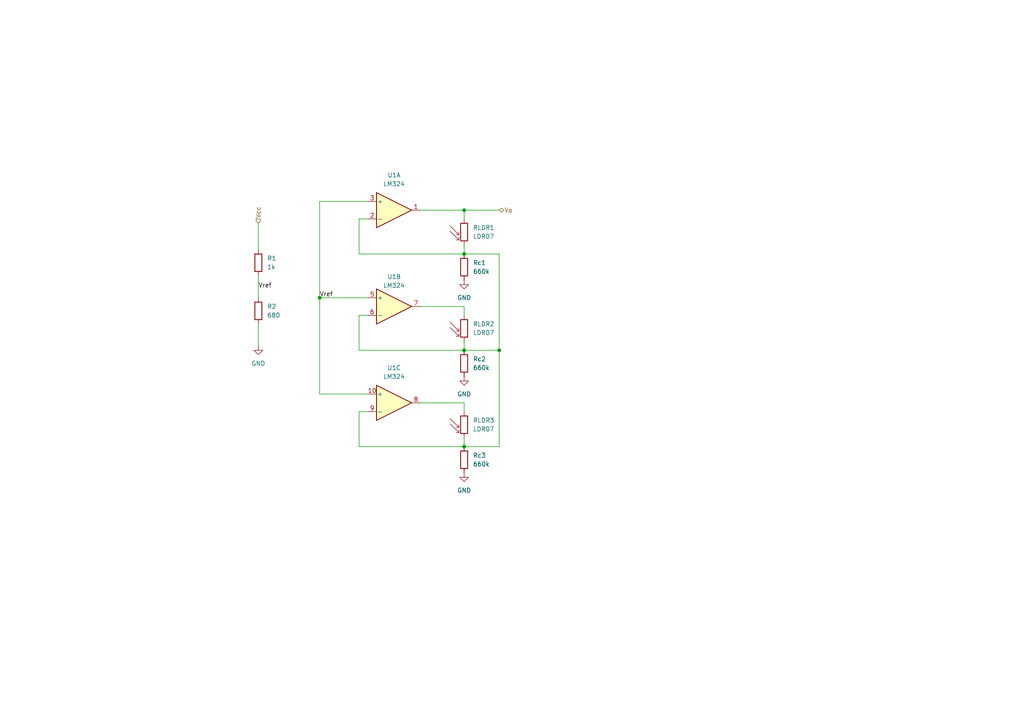
<source format=kicad_sch>
(kicad_sch (version 20231120) (generator "eeschema") (generator_version "8.0")
  (paper "A4")
  (title_block (title "sensores"))
  (lib_symbols
    (symbol "Amplifier_Operational:LM324" (pin_names (offset 0.127))
      (property "Reference" "U" (at 0 5.08 0))
      (property "Value" "LM324" (at 0 -5.08 0))
      (symbol "LM324_1_1"
        (polyline (pts (xy -5.08 5.08) (xy 5.08 0) (xy -5.08 -5.08) (xy -5.08 5.08)) (stroke (width 0.254)) (fill (type background)))
        (pin output line (at 7.62 0 180) (length 2.54) (name "~") (number "1"))
        (pin input line (at -7.62 -2.54 0) (length 2.54) (name "-") (number "2"))
        (pin input line (at -7.62 2.54 0) (length 2.54) (name "+") (number "3"))
      )
      (symbol "LM324_2_1"
        (polyline (pts (xy -5.08 5.08) (xy 5.08 0) (xy -5.08 -5.08) (xy -5.08 5.08)) (stroke (width 0.254)) (fill (type background)))
        (pin input line (at -7.62 2.54 0) (length 2.54) (name "+") (number "5"))
        (pin input line (at -7.62 -2.54 0) (length 2.54) (name "-") (number "6"))
        (pin output line (at 7.62 0 180) (length 2.54) (name "~") (number "7"))
      )
      (symbol "LM324_3_1"
        (polyline (pts (xy -5.08 5.08) (xy 5.08 0) (xy -5.08 -5.08) (xy -5.08 5.08)) (stroke (width 0.254)) (fill (type background)))
        (pin input line (at -7.62 2.54 0) (length 2.54) (name "+") (number "10"))
        (pin output line (at 7.62 0 180) (length 2.54) (name "~") (number "8"))
        (pin input line (at -7.62 -2.54 0) (length 2.54) (name "-") (number "9"))
      )
      (symbol "LM324_4_1"
        (polyline (pts (xy -5.08 5.08) (xy 5.08 0) (xy -5.08 -5.08) (xy -5.08 5.08)) (stroke (width 0.254)) (fill (type background)))
        (pin input line (at -7.62 2.54 0) (length 2.54) (name "+") (number "12"))
        (pin input line (at -7.62 -2.54 0) (length 2.54) (name "-") (number "13"))
        (pin output line (at 7.62 0 180) (length 2.54) (name "~") (number "14"))
      )
      (symbol "LM324_5_1"
        (pin power_in line (at -2.54 -7.62 90) (length 3.81) (name "V-") (number "11"))
        (pin power_in line (at -2.54 7.62 270) (length 3.81) (name "V+") (number "4"))
      )
    )
    (symbol "Device:R" (pin_numbers hide) (pin_names (offset 0))
      (property "Reference" "R" (at 2.032 0 90))
      (property "Value" "R" (at 0 0 90))
      (symbol "R_0_1"
        (rectangle (start -1.016 -2.54) (end 1.016 2.54) (stroke (width 0.254)))
      )
      (symbol "R_1_1"
        (pin passive line (at 0 3.81 270) (length 1.27) (name "~") (number "1"))
        (pin passive line (at 0 -3.81 90) (length 1.27) (name "~") (number "2"))
      )
    )
    (symbol "Sensor_Optical:LDR07" (pin_numbers hide) (pin_names (offset 0))
      (property "Reference" "R" (at -5.08 0 90))
      (property "Value" "LDR07" (at 1.905 0 90))
      (symbol "LDR07_0_1"
        (rectangle (start -1.016 2.54) (end 1.016 -2.54) (stroke (width 0.254)))
        (polyline (pts (xy -1.524 -2.286) (xy -4.064 0.254)))
        (polyline (pts (xy -1.524 -2.286) (xy -2.286 -2.286)))
        (polyline (pts (xy -1.524 -2.286) (xy -1.524 -1.524)))
        (polyline (pts (xy -1.524 -0.762) (xy -4.064 1.778)))
        (polyline (pts (xy -1.524 -0.762) (xy -2.286 -0.762)))
        (polyline (pts (xy -1.524 -0.762) (xy -1.524 0)))
      )
      (symbol "LDR07_1_1"
        (pin passive line (at 0 3.81 270) (length 1.27) (name "~") (number "1"))
        (pin passive line (at 0 -3.81 90) (length 1.27) (name "~") (number "2"))
      )
    )
    (symbol "power:GND" (power) (pin_numbers hide) (pin_names (offset 0) hide)
      (property "Value" "GND" (at 0 -3.81 0))
      (symbol "GND_0_1"
        (polyline (pts (xy 0 0) (xy 0 -1.27) (xy 1.27 -1.27) (xy 0 -2.54) (xy -1.27 -1.27) (xy 0 -1.27)))
      )
      (symbol "GND_1_1"
        (pin power_in line (at 0 0 270) (length 0) (name "~") (number "1"))
      )
    )
  )
  (junction (at 134.62 60.96))
  (junction (at 134.62 73.66))
  (junction (at 144.78 101.6))
  (junction (at 134.62 101.6))
  (junction (at 134.62 129.54))
  (junction (at 92.71 86.36))
  (wire (pts (xy 134.62 60.96) (xy 144.78 60.96)))
  (wire (pts (xy 134.62 127) (xy 134.62 129.54)))
  (wire (pts (xy 134.62 88.9) (xy 134.62 91.44)))
  (wire (pts (xy 144.78 101.6) (xy 144.78 73.66)))
  (wire (pts (xy 121.92 88.9) (xy 134.62 88.9)))
  (wire (pts (xy 134.62 60.96) (xy 134.62 63.5)))
  (wire (pts (xy 92.71 58.42) (xy 92.71 86.36)))
  (wire (pts (xy 134.62 101.6) (xy 144.78 101.6)))
  (wire (pts (xy 92.71 58.42) (xy 106.68 58.42)))
  (wire (pts (xy 104.14 119.38) (xy 104.14 129.54)))
  (wire (pts (xy 134.62 129.54) (xy 144.78 129.54)))
  (wire (pts (xy 92.71 114.3) (xy 106.68 114.3)))
  (wire (pts (xy 134.62 99.06) (xy 134.62 101.6)))
  (wire (pts (xy 144.78 129.54) (xy 144.78 101.6)))
  (wire (pts (xy 134.62 116.84) (xy 134.62 119.38)))
  (wire (pts (xy 92.71 86.36) (xy 106.68 86.36)))
  (wire (pts (xy 144.78 73.66) (xy 134.62 73.66)))
  (wire (pts (xy 104.14 63.5) (xy 104.14 73.66)))
  (wire (pts (xy 74.93 80.01) (xy 74.93 86.36)))
  (wire (pts (xy 106.68 91.44) (xy 104.14 91.44)))
  (wire (pts (xy 106.68 119.38) (xy 104.14 119.38)))
  (wire (pts (xy 74.93 93.98) (xy 74.93 100.33)))
  (wire (pts (xy 134.62 71.12) (xy 134.62 73.66)))
  (wire (pts (xy 104.14 129.54) (xy 134.62 129.54)))
  (wire (pts (xy 121.92 116.84) (xy 134.62 116.84)))
  (wire (pts (xy 74.93 64.77) (xy 74.93 72.39)))
  (wire (pts (xy 104.14 73.66) (xy 134.62 73.66)))
  (wire (pts (xy 106.68 63.5) (xy 104.14 63.5)))
  (wire (pts (xy 121.92 60.96) (xy 134.62 60.96)))
  (wire (pts (xy 104.14 101.6) (xy 134.62 101.6)))
  (wire (pts (xy 104.14 91.44) (xy 104.14 101.6)))
  (wire (pts (xy 92.71 86.36) (xy 92.71 114.3)))
  (label "Vref" (at 92.71 86.36 0))
  (label "Vref" (at 74.93 83.82 0))
  (hierarchical_label "Vcc" (shape input) (at 74.93 64.77 90))
  (hierarchical_label "Vo" (shape bidirectional) (at 144.78 60.96 0))
  (symbol (lib_id "power:GND") (at 134.62 81.28 0) (unit 1)
    (property "Reference" "#PWR03" (effects (hide yes)))
    (property "Value" "GND" (at 134.62 86.36 0))
    (property "Description" "Power symbol creates a global label with name \"GND\" , ground" (effects (hide yes)))
  )
  (symbol (lib_id "Device:R") (at 74.93 76.2 0) (unit 1)
    (property "Reference" "R1" (at 77.47 74.9299 0) (effects (justify left)))
    (property "Value" "1k" (at 77.47 77.4699 0) (effects (justify left)))
    (property "Footprint" "Resistor_THT:R_Axial_DIN0207_L6.3mm_D2.5mm_P7.62mm_Horizontal" (effects (hide yes)))
    (property "Description" "Resistor" (effects (hide yes)))
  )
  (symbol (lib_id "Device:R") (at 134.62 105.41 0) (unit 1)
    (property "Reference" "Rc2" (at 137.16 104.1399 0) (effects (justify left)))
    (property "Value" "660k" (at 137.16 106.6799 0) (effects (justify left)))
    (property "Footprint" "Resistor_THT:R_Axial_DIN0207_L6.3mm_D2.5mm_P7.62mm_Horizontal" (effects (hide yes)))
    (property "Description" "Resistor" (effects (hide yes)))
  )
  (symbol (lib_id "Sensor_Optical:LDR07") (at 134.62 67.31 0) (unit 1)
    (property "Reference" "RLDR1" (at 137.16 66.0399 0) (effects (justify left)))
    (property "Value" "LDR07" (at 137.16 68.5799 0) (effects (justify left)))
    (property "Footprint" "OptoDevice:R_LDR_5.1x4.3mm_P3.4mm_Vertical" (effects (hide yes)))
    (property "Datasheet" "http://www.tme.eu/de/Document/f2e3ad76a925811312d226c31da4cd7e/LDR07.pdf" (effects (hide yes)))
    (property "Description" "light dependent resistor" (effects (hide yes)))
  )
  (symbol (lib_id "Amplifier_Operational:LM324") (at 114.3 60.96 0) (unit 1)
    (property "Reference" "U1" (at 114.3 50.8 0))
    (property "Value" "LM324" (at 114.3 53.34 0))
    (property "Footprint" "Package_DIP:DIP-14_W7.62mm_Socket" (effects (hide yes)))
    (property "Datasheet" "http://www.ti.com/lit/ds/symlink/lm2902-n.pdf" (effects (hide yes)))
    (property "Description" "Low-Power, Quad-Operational Amplifiers, DIP-14/SOIC-14/SSOP-14" (effects (hide yes)))
    (property "Sim.Library" "/usr/share/kicad/symbols/Simulation_SPICE.sp" (effects (hide yes)))
    (property "Sim.Name" "kicad_builtin_opamp_quad" (effects (hide yes)))
    (property "Sim.Device" "SUBCKT" (effects (hide yes)))
    (property "Sim.Pins" "1=out1 2=in1- 3=in1+ 4=vcc 5=in2+ 6=in2- 7=out2 8=out3 9=in3- 10=in3+ 11=vee 12=in4+ 13=in4- 14=out4" (effects (hide yes)))
  )
  (symbol (lib_id "Sensor_Optical:LDR07") (at 134.62 123.19 0) (unit 1)
    (property "Reference" "RLDR3" (at 137.16 121.9199 0) (effects (justify left)))
    (property "Value" "LDR07" (at 137.16 124.4599 0) (effects (justify left)))
    (property "Footprint" "OptoDevice:R_LDR_5.1x4.3mm_P3.4mm_Vertical" (effects (hide yes)))
    (property "Datasheet" "http://www.tme.eu/de/Document/f2e3ad76a925811312d226c31da4cd7e/LDR07.pdf" (effects (hide yes)))
    (property "Description" "light dependent resistor" (effects (hide yes)))
  )
  (symbol (lib_id "Device:R") (at 74.93 90.17 0) (unit 1)
    (property "Reference" "R2" (at 77.47 88.8999 0) (effects (justify left)))
    (property "Value" "680" (at 77.47 91.4399 0) (effects (justify left)))
    (property "Footprint" "Resistor_THT:R_Axial_DIN0207_L6.3mm_D2.5mm_P7.62mm_Horizontal" (effects (hide yes)))
    (property "Description" "Resistor" (effects (hide yes)))
  )
  (symbol (lib_id "Device:R") (at 134.62 133.35 0) (unit 1)
    (property "Reference" "Rc3" (at 137.16 132.0799 0) (effects (justify left)))
    (property "Value" "660k" (at 137.16 134.6199 0) (effects (justify left)))
    (property "Footprint" "Resistor_THT:R_Axial_DIN0207_L6.3mm_D2.5mm_P7.62mm_Horizontal" (effects (hide yes)))
    (property "Description" "Resistor" (effects (hide yes)))
  )
  (symbol (lib_id "Amplifier_Operational:LM324") (at 114.3 88.9 0) (unit 2)
    (property "Reference" "U1" (at 114.3 80.264 0))
    (property "Value" "LM324" (at 114.3 82.804 0))
    (property "Footprint" "Package_DIP:DIP-14_W7.62mm_Socket" (effects (hide yes)))
    (property "Datasheet" "http://www.ti.com/lit/ds/symlink/lm2902-n.pdf" (effects (hide yes)))
    (property "Description" "Low-Power, Quad-Operational Amplifiers, DIP-14/SOIC-14/SSOP-14" (effects (hide yes)))
    (property "Sim.Library" "/usr/share/kicad/symbols/Simulation_SPICE.sp" (effects (hide yes)))
    (property "Sim.Name" "kicad_builtin_opamp_quad" (effects (hide yes)))
    (property "Sim.Device" "SUBCKT" (effects (hide yes)))
    (property "Sim.Pins" "1=out1 2=in1- 3=in1+ 4=vcc 5=in2+ 6=in2- 7=out2 8=out3 9=in3- 10=in3+ 11=vee 12=in4+ 13=in4- 14=out4" (effects (hide yes)))
  )
  (symbol (lib_id "power:GND") (at 134.62 137.16 0) (unit 1)
    (property "Reference" "#PWR05" (effects (hide yes)))
    (property "Value" "GND" (at 134.62 142.24 0))
    (property "Description" "Power symbol creates a global label with name \"GND\" , ground" (effects (hide yes)))
  )
  (symbol (lib_id "Sensor_Optical:LDR07") (at 134.62 95.25 0) (unit 1)
    (property "Reference" "RLDR2" (at 137.16 93.9799 0) (effects (justify left)))
    (property "Value" "LDR07" (at 137.16 96.5199 0) (effects (justify left)))
    (property "Footprint" "OptoDevice:R_LDR_5.1x4.3mm_P3.4mm_Vertical" (effects (hide yes)))
    (property "Datasheet" "http://www.tme.eu/de/Document/f2e3ad76a925811312d226c31da4cd7e/LDR07.pdf" (effects (hide yes)))
    (property "Description" "light dependent resistor" (effects (hide yes)))
  )
  (symbol (lib_id "Device:R") (at 134.62 77.47 0) (unit 1)
    (property "Reference" "Rc1" (at 137.16 76.1999 0) (effects (justify left)))
    (property "Value" "660k" (at 137.16 78.7399 0) (effects (justify left)))
    (property "Footprint" "Resistor_THT:R_Axial_DIN0207_L6.3mm_D2.5mm_P7.62mm_Horizontal" (effects (hide yes)))
    (property "Description" "Resistor" (effects (hide yes)))
  )
  (symbol (lib_id "Amplifier_Operational:LM324") (at 114.3 116.84 0) (unit 3)
    (property "Reference" "U1" (at 114.3 106.68 0))
    (property "Value" "LM324" (at 114.3 109.22 0))
    (property "Footprint" "Package_DIP:DIP-14_W7.62mm_Socket" (effects (hide yes)))
    (property "Datasheet" "http://www.ti.com/lit/ds/symlink/lm2902-n.pdf" (effects (hide yes)))
    (property "Description" "Low-Power, Quad-Operational Amplifiers, DIP-14/SOIC-14/SSOP-14" (effects (hide yes)))
    (property "Sim.Library" "/usr/share/kicad/symbols/Simulation_SPICE.sp" (effects (hide yes)))
    (property "Sim.Name" "kicad_builtin_opamp_quad" (effects (hide yes)))
    (property "Sim.Device" "SUBCKT" (effects (hide yes)))
    (property "Sim.Pins" "1=out1 2=in1- 3=in1+ 4=vcc 5=in2+ 6=in2- 7=out2 8=out3 9=in3- 10=in3+ 11=vee 12=in4+ 13=in4- 14=out4" (effects (hide yes)))
  )
  (symbol (lib_id "power:GND") (at 134.62 109.22 0) (unit 1)
    (property "Reference" "#PWR04" (effects (hide yes)))
    (property "Value" "GND" (at 134.62 114.3 0))
    (property "Description" "Power symbol creates a global label with name \"GND\" , ground" (effects (hide yes)))
  )
  (symbol (lib_id "power:GND") (at 74.93 100.33 0) (unit 1)
    (property "Reference" "#PWR01" (effects (hide yes)))
    (property "Value" "GND" (at 74.93 105.41 0))
    (property "Description" "Power symbol creates a global label with name \"GND\" , ground" (effects (hide yes)))
  )
)
</source>
